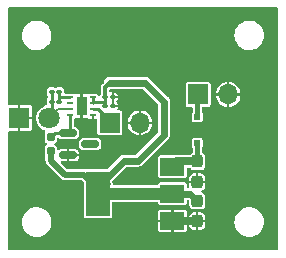
<source format=gbr>
%TF.GenerationSoftware,KiCad,Pcbnew,(6.0.2)*%
%TF.CreationDate,2022-05-16T06:01:07+03:00*%
%TF.ProjectId,FLIM_detector,464c494d-5f64-4657-9465-63746f722e6b,rev?*%
%TF.SameCoordinates,Original*%
%TF.FileFunction,Copper,L1,Top*%
%TF.FilePolarity,Positive*%
%FSLAX46Y46*%
G04 Gerber Fmt 4.6, Leading zero omitted, Abs format (unit mm)*
G04 Created by KiCad (PCBNEW (6.0.2)) date 2022-05-16 06:01:07*
%MOMM*%
%LPD*%
G01*
G04 APERTURE LIST*
G04 Aperture macros list*
%AMRoundRect*
0 Rectangle with rounded corners*
0 $1 Rounding radius*
0 $2 $3 $4 $5 $6 $7 $8 $9 X,Y pos of 4 corners*
0 Add a 4 corners polygon primitive as box body*
4,1,4,$2,$3,$4,$5,$6,$7,$8,$9,$2,$3,0*
0 Add four circle primitives for the rounded corners*
1,1,$1+$1,$2,$3*
1,1,$1+$1,$4,$5*
1,1,$1+$1,$6,$7*
1,1,$1+$1,$8,$9*
0 Add four rect primitives between the rounded corners*
20,1,$1+$1,$2,$3,$4,$5,0*
20,1,$1+$1,$4,$5,$6,$7,0*
20,1,$1+$1,$6,$7,$8,$9,0*
20,1,$1+$1,$8,$9,$2,$3,0*%
G04 Aperture macros list end*
%TA.AperFunction,SMDPad,CuDef*%
%ADD10RoundRect,0.100000X-0.130000X-0.100000X0.130000X-0.100000X0.130000X0.100000X-0.130000X0.100000X0*%
%TD*%
%TA.AperFunction,SMDPad,CuDef*%
%ADD11RoundRect,0.237500X0.237500X-0.300000X0.237500X0.300000X-0.237500X0.300000X-0.237500X-0.300000X0*%
%TD*%
%TA.AperFunction,SMDPad,CuDef*%
%ADD12R,0.500000X0.250000*%
%TD*%
%TA.AperFunction,SMDPad,CuDef*%
%ADD13R,0.900000X1.600000*%
%TD*%
%TA.AperFunction,ComponentPad*%
%ADD14C,0.600000*%
%TD*%
%TA.AperFunction,SMDPad,CuDef*%
%ADD15RoundRect,0.100000X0.130000X0.100000X-0.130000X0.100000X-0.130000X-0.100000X0.130000X-0.100000X0*%
%TD*%
%TA.AperFunction,ComponentPad*%
%ADD16R,1.700000X1.700000*%
%TD*%
%TA.AperFunction,ComponentPad*%
%ADD17O,1.700000X1.700000*%
%TD*%
%TA.AperFunction,SMDPad,CuDef*%
%ADD18R,0.500000X0.500000*%
%TD*%
%TA.AperFunction,SMDPad,CuDef*%
%ADD19R,2.000000X1.500000*%
%TD*%
%TA.AperFunction,SMDPad,CuDef*%
%ADD20R,2.000000X3.800000*%
%TD*%
%TA.AperFunction,SMDPad,CuDef*%
%ADD21RoundRect,0.150000X-0.587500X-0.150000X0.587500X-0.150000X0.587500X0.150000X-0.587500X0.150000X0*%
%TD*%
%TA.AperFunction,SMDPad,CuDef*%
%ADD22RoundRect,0.160000X-0.160000X0.197500X-0.160000X-0.197500X0.160000X-0.197500X0.160000X0.197500X0*%
%TD*%
%TA.AperFunction,ComponentPad*%
%ADD23R,1.800000X1.800000*%
%TD*%
%TA.AperFunction,ComponentPad*%
%ADD24C,1.800000*%
%TD*%
%TA.AperFunction,ViaPad*%
%ADD25C,0.800000*%
%TD*%
%TA.AperFunction,Conductor*%
%ADD26C,0.250000*%
%TD*%
%TA.AperFunction,Conductor*%
%ADD27C,0.700000*%
%TD*%
%TA.AperFunction,Conductor*%
%ADD28C,0.600000*%
%TD*%
%TA.AperFunction,Conductor*%
%ADD29C,0.500000*%
%TD*%
%TA.AperFunction,Conductor*%
%ADD30C,1.000000*%
%TD*%
%TA.AperFunction,Conductor*%
%ADD31C,0.300000*%
%TD*%
%TA.AperFunction,Conductor*%
%ADD32C,0.400000*%
%TD*%
%TA.AperFunction,Conductor*%
%ADD33C,0.200000*%
%TD*%
G04 APERTURE END LIST*
D10*
%TO.P,R1,1*%
%TO.N,Net-(U2-Pad3)*%
X249480000Y-43400000D03*
%TO.P,R1,2*%
%TO.N,Net-(C1-Pad2)*%
X250120000Y-43400000D03*
%TD*%
D11*
%TO.P,C4,1*%
%TO.N,GND*%
X261800000Y-50200000D03*
%TO.P,C4,2*%
%TO.N,Net-(C4-Pad2)*%
X261800000Y-48475000D03*
%TD*%
D12*
%TO.P,U2,1,FB*%
%TO.N,Net-(C1-Pad2)*%
X251050000Y-43050000D03*
%TO.P,U2,2,NC*%
%TO.N,unconnected-(U2-Pad2)*%
X251050000Y-43550000D03*
%TO.P,U2,3,-*%
%TO.N,Net-(U2-Pad3)*%
X251050000Y-44050000D03*
%TO.P,U2,4,+*%
%TO.N,Net-(R2-Pad1)*%
X251050000Y-44550000D03*
%TO.P,U2,5,V-*%
%TO.N,GND*%
X252950000Y-44550000D03*
%TO.P,U2,6*%
%TO.N,Net-(J2-Pad1)*%
X252950000Y-44050000D03*
%TO.P,U2,7,V+*%
%TO.N,+5V*%
X252950000Y-43550000D03*
%TO.P,U2,8,~{PD}*%
X252950000Y-43050000D03*
D13*
%TO.P,U2,9,V-*%
%TO.N,GND*%
X252000000Y-43800000D03*
D14*
X252000000Y-44300000D03*
X252000000Y-43300000D03*
%TD*%
D15*
%TO.P,C3,1*%
%TO.N,GND*%
X254640000Y-43800000D03*
%TO.P,C3,2*%
%TO.N,+5V*%
X254000000Y-43800000D03*
%TD*%
D11*
%TO.P,C5,1*%
%TO.N,GND*%
X261800000Y-53525000D03*
%TO.P,C5,2*%
%TO.N,+5V*%
X261800000Y-51800000D03*
%TD*%
D10*
%TO.P,C1,1*%
%TO.N,Net-(U2-Pad3)*%
X249480000Y-42600000D03*
%TO.P,C1,2*%
%TO.N,Net-(C1-Pad2)*%
X250120000Y-42600000D03*
%TD*%
D16*
%TO.P,J1,1,Pin_1*%
%TO.N,Net-(D1-Pad2)*%
X261875000Y-42800000D03*
D17*
%TO.P,J1,2,Pin_2*%
%TO.N,GND*%
X264415000Y-42800000D03*
%TD*%
D18*
%TO.P,D1,1,K*%
%TO.N,Net-(C4-Pad2)*%
X261800000Y-46900000D03*
%TO.P,D1,2,A*%
%TO.N,Net-(D1-Pad2)*%
X261800000Y-44700000D03*
%TD*%
D19*
%TO.P,U1,1,GND*%
%TO.N,GND*%
X259700000Y-53500000D03*
D20*
%TO.P,U1,2,VO*%
%TO.N,+5V*%
X253400000Y-51200000D03*
D19*
X259700000Y-51200000D03*
%TO.P,U1,3,VI*%
%TO.N,Net-(C4-Pad2)*%
X259700000Y-48900000D03*
%TD*%
D15*
%TO.P,C2,1*%
%TO.N,GND*%
X254640000Y-43000000D03*
%TO.P,C2,2*%
%TO.N,+5V*%
X254000000Y-43000000D03*
%TD*%
D21*
%TO.P,U3,1,K*%
%TO.N,Net-(R2-Pad1)*%
X250862500Y-46050000D03*
%TO.P,U3,2,A*%
%TO.N,GND*%
X250862500Y-47950000D03*
%TO.P,U3,3*%
%TO.N,N/C*%
X252737500Y-47000000D03*
%TD*%
D22*
%TO.P,R2,1*%
%TO.N,Net-(R2-Pad1)*%
X249400000Y-46402500D03*
%TO.P,R2,2*%
%TO.N,+5V*%
X249400000Y-47597500D03*
%TD*%
D23*
%TO.P,D2,1,K*%
%TO.N,GND*%
X246725000Y-44800000D03*
D24*
%TO.P,D2,2,A*%
%TO.N,Net-(U2-Pad3)*%
X249265000Y-44800000D03*
%TD*%
D16*
%TO.P,J2,1,Pin_1*%
%TO.N,Net-(J2-Pad1)*%
X254400000Y-45200000D03*
D17*
%TO.P,J2,2,Pin_2*%
%TO.N,GND*%
X256940000Y-45200000D03*
%TD*%
D25*
%TO.N,GND*%
X252200000Y-40400000D03*
X260000000Y-46800000D03*
X253000000Y-48200000D03*
X248400000Y-49000000D03*
X246600000Y-48400000D03*
X263400000Y-39200000D03*
X266200000Y-45400000D03*
X264200000Y-46000000D03*
X265800000Y-47000000D03*
X257600000Y-49600000D03*
X254600000Y-38600000D03*
X256200000Y-47000000D03*
X261400000Y-39200000D03*
X247000000Y-42000000D03*
X256984812Y-39982490D03*
X258800000Y-38800000D03*
X252583886Y-45782894D03*
X257200000Y-43200000D03*
X256400000Y-53000000D03*
%TD*%
D26*
%TO.N,Net-(C1-Pad2)*%
X251050000Y-43050000D02*
X250170000Y-43050000D01*
X250170000Y-43050000D02*
X250120000Y-43000000D01*
X250120000Y-42920000D02*
X250120000Y-42600000D01*
X250120000Y-42920000D02*
X250120000Y-43400000D01*
D27*
%TO.N,GND*%
X261800000Y-53525000D02*
X259725000Y-53525000D01*
D26*
X259725000Y-53525000D02*
X259700000Y-53500000D01*
D28*
%TO.N,+5V*%
X253400000Y-50600000D02*
X255400000Y-48600000D01*
X257400000Y-41800000D02*
X254400000Y-41800000D01*
D26*
X252950000Y-43350000D02*
X253000000Y-43400000D01*
D28*
X259000000Y-46200000D02*
X259000000Y-44800000D01*
D29*
X253400000Y-51200000D02*
X254200000Y-50400000D01*
D26*
X254000000Y-43400000D02*
X254000000Y-43000000D01*
D28*
X256800000Y-48400000D02*
X259000000Y-46200000D01*
D29*
X252200000Y-49600000D02*
X253400000Y-50800000D01*
D28*
X255400000Y-48600000D02*
X255600000Y-48400000D01*
D30*
X259700000Y-51200000D02*
X253400000Y-51200000D01*
D28*
X261200000Y-51200000D02*
X259700000Y-51200000D01*
D26*
X252950000Y-43050000D02*
X252950000Y-43350000D01*
D31*
X254000000Y-42200000D02*
X254000000Y-43000000D01*
D28*
X253400000Y-51200000D02*
X253400000Y-50600000D01*
D26*
X253000000Y-43400000D02*
X254000000Y-43400000D01*
D29*
X250600000Y-49600000D02*
X252200000Y-49600000D01*
D28*
X261800000Y-51800000D02*
X261200000Y-51200000D01*
D29*
X249400000Y-48400000D02*
X250600000Y-49600000D01*
X253400000Y-50800000D02*
X253400000Y-51200000D01*
D28*
X259000000Y-44800000D02*
X259000000Y-43400000D01*
D31*
X254400000Y-41800000D02*
X254000000Y-42200000D01*
D28*
X255600000Y-48400000D02*
X256800000Y-48400000D01*
D26*
X254000000Y-43400000D02*
X254000000Y-43800000D01*
X252950000Y-43350000D02*
X252950000Y-43550000D01*
D28*
X259000000Y-43400000D02*
X257400000Y-41800000D01*
D29*
X249400000Y-47597500D02*
X249400000Y-48400000D01*
D26*
%TO.N,Net-(J2-Pad1)*%
X254400000Y-45039022D02*
X254400000Y-45200000D01*
X252950000Y-44050000D02*
X253419639Y-44050000D01*
X253419639Y-44058661D02*
X254400000Y-45039022D01*
X253419639Y-44050000D02*
X253419639Y-44058661D01*
X254569639Y-45200000D02*
X254725000Y-45200000D01*
D27*
%TO.N,Net-(C4-Pad2)*%
X261800000Y-48475000D02*
X260125000Y-48475000D01*
D26*
X260125000Y-48475000D02*
X259700000Y-48900000D01*
D32*
X261800000Y-46900000D02*
X261800000Y-48475000D01*
%TO.N,Net-(D1-Pad2)*%
X261800000Y-44700000D02*
X261800000Y-42875000D01*
D26*
X261800000Y-42875000D02*
X261875000Y-42800000D01*
%TO.N,Net-(U2-Pad3)*%
X249480000Y-42600000D02*
X249480000Y-43400000D01*
D33*
X250015000Y-44050000D02*
X249265000Y-44800000D01*
D26*
X249480000Y-43400000D02*
X249480000Y-44585000D01*
D33*
X251050000Y-44050000D02*
X250015000Y-44050000D01*
D26*
X249480000Y-44585000D02*
X249265000Y-44800000D01*
%TO.N,Net-(R2-Pad1)*%
X251050000Y-45862500D02*
X250862500Y-46050000D01*
X251050000Y-44550000D02*
X251050000Y-45862500D01*
X249752500Y-46050000D02*
X249400000Y-46402500D01*
X250862500Y-46050000D02*
X249752500Y-46050000D01*
%TD*%
%TA.AperFunction,Conductor*%
%TO.N,GND*%
G36*
X268559191Y-35418907D02*
G01*
X268595155Y-35468407D01*
X268600000Y-35499000D01*
X268600000Y-55901000D01*
X268581093Y-55959191D01*
X268531593Y-55995155D01*
X268501000Y-56000000D01*
X245899000Y-56000000D01*
X245840809Y-55981093D01*
X245804845Y-55931593D01*
X245800000Y-55901000D01*
X245800000Y-53639438D01*
X246945066Y-53639438D01*
X246971883Y-53861044D01*
X246973176Y-53865249D01*
X246973177Y-53865251D01*
X247014776Y-54000471D01*
X247037519Y-54074400D01*
X247039541Y-54078317D01*
X247039542Y-54078320D01*
X247094913Y-54185598D01*
X247139901Y-54272759D01*
X247275790Y-54449854D01*
X247279046Y-54452817D01*
X247279049Y-54452820D01*
X247386341Y-54550448D01*
X247440893Y-54600086D01*
X247629990Y-54718707D01*
X247634072Y-54720348D01*
X247634076Y-54720350D01*
X247762877Y-54772127D01*
X247837105Y-54801966D01*
X248055690Y-54847233D01*
X248112349Y-54850500D01*
X248256630Y-54850500D01*
X248258824Y-54850304D01*
X248258828Y-54850304D01*
X248417951Y-54836103D01*
X248417955Y-54836102D01*
X248422339Y-54835711D01*
X248426584Y-54834550D01*
X248426588Y-54834549D01*
X248633400Y-54777971D01*
X248633401Y-54777971D01*
X248637651Y-54776808D01*
X248756018Y-54720350D01*
X248835151Y-54682606D01*
X248835156Y-54682603D01*
X248839129Y-54680708D01*
X249020405Y-54550448D01*
X249115014Y-54452820D01*
X249172681Y-54393312D01*
X249175749Y-54390146D01*
X249259951Y-54264840D01*
X258500000Y-54264840D01*
X258500948Y-54274462D01*
X258509702Y-54318474D01*
X258517021Y-54336142D01*
X258550389Y-54386082D01*
X258563918Y-54399611D01*
X258613858Y-54432979D01*
X258631526Y-54440298D01*
X258675538Y-54449052D01*
X258685160Y-54450000D01*
X259584320Y-54450000D01*
X259597005Y-54445878D01*
X259600000Y-54441757D01*
X259600000Y-54434320D01*
X259800000Y-54434320D01*
X259804122Y-54447005D01*
X259808243Y-54450000D01*
X260714840Y-54450000D01*
X260724462Y-54449052D01*
X260768474Y-54440298D01*
X260786142Y-54432979D01*
X260836082Y-54399611D01*
X260849611Y-54386082D01*
X260882979Y-54336142D01*
X260890298Y-54318474D01*
X260899052Y-54274462D01*
X260900000Y-54264840D01*
X260900000Y-53874955D01*
X261125000Y-53874955D01*
X261125218Y-53879591D01*
X261127327Y-53901897D01*
X261129895Y-53913599D01*
X261169034Y-54025051D01*
X261175881Y-54037984D01*
X261245246Y-54131897D01*
X261255603Y-54142254D01*
X261349516Y-54211619D01*
X261362449Y-54218466D01*
X261473901Y-54257605D01*
X261485603Y-54260173D01*
X261507909Y-54262282D01*
X261512545Y-54262500D01*
X261684320Y-54262500D01*
X261697005Y-54258378D01*
X261700000Y-54254257D01*
X261700000Y-54246820D01*
X261900000Y-54246820D01*
X261904122Y-54259505D01*
X261908243Y-54262500D01*
X262087455Y-54262500D01*
X262092091Y-54262282D01*
X262114397Y-54260173D01*
X262126099Y-54257605D01*
X262237551Y-54218466D01*
X262250484Y-54211619D01*
X262344397Y-54142254D01*
X262354754Y-54131897D01*
X262424119Y-54037984D01*
X262430966Y-54025051D01*
X262470105Y-53913599D01*
X262472673Y-53901897D01*
X262474782Y-53879591D01*
X262475000Y-53874955D01*
X262475000Y-53640680D01*
X262474596Y-53639438D01*
X264945066Y-53639438D01*
X264971883Y-53861044D01*
X264973176Y-53865249D01*
X264973177Y-53865251D01*
X265014776Y-54000471D01*
X265037519Y-54074400D01*
X265039541Y-54078317D01*
X265039542Y-54078320D01*
X265094913Y-54185598D01*
X265139901Y-54272759D01*
X265275790Y-54449854D01*
X265279046Y-54452817D01*
X265279049Y-54452820D01*
X265386341Y-54550448D01*
X265440893Y-54600086D01*
X265629990Y-54718707D01*
X265634072Y-54720348D01*
X265634076Y-54720350D01*
X265762877Y-54772127D01*
X265837105Y-54801966D01*
X266055690Y-54847233D01*
X266112349Y-54850500D01*
X266256630Y-54850500D01*
X266258824Y-54850304D01*
X266258828Y-54850304D01*
X266417951Y-54836103D01*
X266417955Y-54836102D01*
X266422339Y-54835711D01*
X266426584Y-54834550D01*
X266426588Y-54834549D01*
X266633400Y-54777971D01*
X266633401Y-54777971D01*
X266637651Y-54776808D01*
X266756018Y-54720350D01*
X266835151Y-54682606D01*
X266835156Y-54682603D01*
X266839129Y-54680708D01*
X267020405Y-54550448D01*
X267115014Y-54452820D01*
X267172681Y-54393312D01*
X267175749Y-54390146D01*
X267300250Y-54204868D01*
X267389974Y-54000471D01*
X267442085Y-53783415D01*
X267454934Y-53560562D01*
X267428117Y-53338956D01*
X267386541Y-53203808D01*
X267363778Y-53129815D01*
X267363777Y-53129812D01*
X267362481Y-53125600D01*
X267310531Y-53024949D01*
X267262120Y-52931157D01*
X267260099Y-52927241D01*
X267124210Y-52750146D01*
X267120954Y-52747183D01*
X267120951Y-52747180D01*
X266962361Y-52602875D01*
X266962362Y-52602875D01*
X266959107Y-52599914D01*
X266770010Y-52481293D01*
X266765928Y-52479652D01*
X266765924Y-52479650D01*
X266585833Y-52407255D01*
X266562895Y-52398034D01*
X266344310Y-52352767D01*
X266287651Y-52349500D01*
X266143370Y-52349500D01*
X266141176Y-52349696D01*
X266141172Y-52349696D01*
X265982049Y-52363897D01*
X265982045Y-52363898D01*
X265977661Y-52364289D01*
X265973416Y-52365450D01*
X265973412Y-52365451D01*
X265798833Y-52413211D01*
X265762349Y-52423192D01*
X265758371Y-52425089D01*
X265758372Y-52425089D01*
X265564849Y-52517394D01*
X265564844Y-52517397D01*
X265560871Y-52519292D01*
X265557292Y-52521864D01*
X265557290Y-52521865D01*
X265496315Y-52565680D01*
X265379595Y-52649552D01*
X265376522Y-52652723D01*
X265376521Y-52652724D01*
X265227319Y-52806688D01*
X265224251Y-52809854D01*
X265099750Y-52995132D01*
X265010026Y-53199529D01*
X264957915Y-53416585D01*
X264957662Y-53420977D01*
X264957661Y-53420982D01*
X264950654Y-53542523D01*
X264945066Y-53639438D01*
X262474596Y-53639438D01*
X262470878Y-53627995D01*
X262466757Y-53625000D01*
X261915680Y-53625000D01*
X261902995Y-53629122D01*
X261900000Y-53633243D01*
X261900000Y-54246820D01*
X261700000Y-54246820D01*
X261700000Y-53640680D01*
X261695878Y-53627995D01*
X261691757Y-53625000D01*
X261140680Y-53625000D01*
X261127995Y-53629122D01*
X261125000Y-53633243D01*
X261125000Y-53874955D01*
X260900000Y-53874955D01*
X260900000Y-53615680D01*
X260895878Y-53602995D01*
X260891757Y-53600000D01*
X259815680Y-53600000D01*
X259802995Y-53604122D01*
X259800000Y-53608243D01*
X259800000Y-54434320D01*
X259600000Y-54434320D01*
X259600000Y-53615680D01*
X259595878Y-53602995D01*
X259591757Y-53600000D01*
X258515680Y-53600000D01*
X258502995Y-53604122D01*
X258500000Y-53608243D01*
X258500000Y-54264840D01*
X249259951Y-54264840D01*
X249300250Y-54204868D01*
X249389974Y-54000471D01*
X249442085Y-53783415D01*
X249454934Y-53560562D01*
X249436632Y-53409320D01*
X261125000Y-53409320D01*
X261129122Y-53422005D01*
X261133243Y-53425000D01*
X261684320Y-53425000D01*
X261697005Y-53420878D01*
X261700000Y-53416757D01*
X261700000Y-53409320D01*
X261900000Y-53409320D01*
X261904122Y-53422005D01*
X261908243Y-53425000D01*
X262459320Y-53425000D01*
X262472005Y-53420878D01*
X262475000Y-53416757D01*
X262475000Y-53175045D01*
X262474782Y-53170409D01*
X262472673Y-53148103D01*
X262470105Y-53136401D01*
X262430966Y-53024949D01*
X262424119Y-53012016D01*
X262354754Y-52918103D01*
X262344397Y-52907746D01*
X262250484Y-52838381D01*
X262237551Y-52831534D01*
X262126099Y-52792395D01*
X262114397Y-52789827D01*
X262092091Y-52787718D01*
X262087455Y-52787500D01*
X261915680Y-52787500D01*
X261902995Y-52791622D01*
X261900000Y-52795743D01*
X261900000Y-53409320D01*
X261700000Y-53409320D01*
X261700000Y-52803180D01*
X261695878Y-52790495D01*
X261691757Y-52787500D01*
X261512545Y-52787500D01*
X261507909Y-52787718D01*
X261485603Y-52789827D01*
X261473901Y-52792395D01*
X261362449Y-52831534D01*
X261349516Y-52838381D01*
X261255603Y-52907746D01*
X261245246Y-52918103D01*
X261175881Y-53012016D01*
X261169034Y-53024949D01*
X261129895Y-53136401D01*
X261127327Y-53148103D01*
X261125218Y-53170409D01*
X261125000Y-53175045D01*
X261125000Y-53409320D01*
X249436632Y-53409320D01*
X249433607Y-53384320D01*
X258500000Y-53384320D01*
X258504122Y-53397005D01*
X258508243Y-53400000D01*
X259584320Y-53400000D01*
X259597005Y-53395878D01*
X259600000Y-53391757D01*
X259600000Y-53384320D01*
X259800000Y-53384320D01*
X259804122Y-53397005D01*
X259808243Y-53400000D01*
X260884320Y-53400000D01*
X260897005Y-53395878D01*
X260900000Y-53391757D01*
X260900000Y-52735160D01*
X260899052Y-52725538D01*
X260890298Y-52681526D01*
X260882979Y-52663858D01*
X260849611Y-52613918D01*
X260836082Y-52600389D01*
X260786142Y-52567021D01*
X260768474Y-52559702D01*
X260724462Y-52550948D01*
X260714840Y-52550000D01*
X259815680Y-52550000D01*
X259802995Y-52554122D01*
X259800000Y-52558243D01*
X259800000Y-53384320D01*
X259600000Y-53384320D01*
X259600000Y-52565680D01*
X259595878Y-52552995D01*
X259591757Y-52550000D01*
X258685160Y-52550000D01*
X258675538Y-52550948D01*
X258631526Y-52559702D01*
X258613858Y-52567021D01*
X258563918Y-52600389D01*
X258550389Y-52613918D01*
X258517021Y-52663858D01*
X258509702Y-52681526D01*
X258500948Y-52725538D01*
X258500000Y-52735160D01*
X258500000Y-53384320D01*
X249433607Y-53384320D01*
X249428117Y-53338956D01*
X249386541Y-53203808D01*
X249363778Y-53129815D01*
X249363777Y-53129812D01*
X249362481Y-53125600D01*
X249310531Y-53024949D01*
X249262120Y-52931157D01*
X249260099Y-52927241D01*
X249124210Y-52750146D01*
X249120954Y-52747183D01*
X249120951Y-52747180D01*
X248962361Y-52602875D01*
X248962362Y-52602875D01*
X248959107Y-52599914D01*
X248770010Y-52481293D01*
X248765928Y-52479652D01*
X248765924Y-52479650D01*
X248585833Y-52407255D01*
X248562895Y-52398034D01*
X248344310Y-52352767D01*
X248287651Y-52349500D01*
X248143370Y-52349500D01*
X248141176Y-52349696D01*
X248141172Y-52349696D01*
X247982049Y-52363897D01*
X247982045Y-52363898D01*
X247977661Y-52364289D01*
X247973416Y-52365450D01*
X247973412Y-52365451D01*
X247798833Y-52413211D01*
X247762349Y-52423192D01*
X247758371Y-52425089D01*
X247758372Y-52425089D01*
X247564849Y-52517394D01*
X247564844Y-52517397D01*
X247560871Y-52519292D01*
X247557292Y-52521864D01*
X247557290Y-52521865D01*
X247496315Y-52565680D01*
X247379595Y-52649552D01*
X247376522Y-52652723D01*
X247376521Y-52652724D01*
X247227319Y-52806688D01*
X247224251Y-52809854D01*
X247099750Y-52995132D01*
X247010026Y-53199529D01*
X246957915Y-53416585D01*
X246957662Y-53420977D01*
X246957661Y-53420982D01*
X246950654Y-53542523D01*
X246945066Y-53639438D01*
X245800000Y-53639438D01*
X245800000Y-45999000D01*
X245818907Y-45940809D01*
X245868407Y-45904845D01*
X245899000Y-45900000D01*
X246609320Y-45900000D01*
X246622005Y-45895878D01*
X246625000Y-45891757D01*
X246625000Y-45884320D01*
X246825000Y-45884320D01*
X246829122Y-45897005D01*
X246833243Y-45900000D01*
X247639840Y-45900000D01*
X247649462Y-45899052D01*
X247693474Y-45890298D01*
X247711142Y-45882979D01*
X247761082Y-45849611D01*
X247774611Y-45836082D01*
X247807979Y-45786142D01*
X247815298Y-45768474D01*
X247824052Y-45724462D01*
X247825000Y-45714840D01*
X247825000Y-44915680D01*
X247820878Y-44902995D01*
X247816757Y-44900000D01*
X246840680Y-44900000D01*
X246827995Y-44904122D01*
X246825000Y-44908243D01*
X246825000Y-45884320D01*
X246625000Y-45884320D01*
X246625000Y-44771069D01*
X248160164Y-44771069D01*
X248162810Y-44811442D01*
X248170020Y-44921440D01*
X248173392Y-44972894D01*
X248174508Y-44977287D01*
X248174508Y-44977289D01*
X248216027Y-45140770D01*
X248223178Y-45168928D01*
X248307856Y-45352607D01*
X248424588Y-45517780D01*
X248569466Y-45658913D01*
X248737637Y-45771282D01*
X248747085Y-45775341D01*
X248903766Y-45842657D01*
X248949767Y-45882999D01*
X248963271Y-45942676D01*
X248945984Y-45989225D01*
X248942453Y-45992762D01*
X248938859Y-46000115D01*
X248938858Y-46000116D01*
X248904821Y-46069748D01*
X248889747Y-46100585D01*
X248879500Y-46170828D01*
X248879500Y-46634172D01*
X248889930Y-46705026D01*
X248942824Y-46812757D01*
X249027762Y-46897547D01*
X249055461Y-46911087D01*
X249099434Y-46953629D01*
X249110005Y-47013894D01*
X249083134Y-47068863D01*
X249055612Y-47088895D01*
X249034587Y-47099218D01*
X249027243Y-47102824D01*
X248942453Y-47187762D01*
X248938859Y-47195115D01*
X248938858Y-47195116D01*
X248927347Y-47218666D01*
X248889747Y-47295585D01*
X248888638Y-47303189D01*
X248880022Y-47362253D01*
X248879500Y-47365828D01*
X248879500Y-47829172D01*
X248880026Y-47832744D01*
X248880026Y-47832747D01*
X248881959Y-47845878D01*
X248889930Y-47900026D01*
X248928517Y-47978618D01*
X248939367Y-48000716D01*
X248949500Y-48044348D01*
X248949500Y-48367373D01*
X248948814Y-48379009D01*
X248944636Y-48414310D01*
X248945965Y-48421586D01*
X248945965Y-48421589D01*
X248955248Y-48472414D01*
X248955758Y-48475476D01*
X248964551Y-48533962D01*
X248967679Y-48540475D01*
X248968975Y-48547573D01*
X248972386Y-48554139D01*
X248996198Y-48599980D01*
X248997588Y-48602762D01*
X249019987Y-48649408D01*
X249019989Y-48649411D01*
X249023191Y-48656079D01*
X249027297Y-48660521D01*
X249028820Y-48662781D01*
X249031421Y-48667788D01*
X249035725Y-48672828D01*
X249073357Y-48710460D01*
X249076051Y-48713263D01*
X249110124Y-48750124D01*
X249110127Y-48750126D01*
X249115146Y-48755556D01*
X249121210Y-48759078D01*
X249128535Y-48765638D01*
X250258381Y-49895484D01*
X250266122Y-49904196D01*
X250288128Y-49932110D01*
X250294215Y-49936317D01*
X250336741Y-49965708D01*
X250339272Y-49967517D01*
X250380861Y-49998236D01*
X250380863Y-49998237D01*
X250386816Y-50002634D01*
X250393632Y-50005027D01*
X250399569Y-50009131D01*
X250406628Y-50011364D01*
X250406629Y-50011364D01*
X250426973Y-50017798D01*
X250455929Y-50026956D01*
X250458814Y-50027918D01*
X250514631Y-50047519D01*
X250520673Y-50047756D01*
X250523347Y-50048277D01*
X250528730Y-50049980D01*
X250535337Y-50050500D01*
X250588541Y-50050500D01*
X250592428Y-50050576D01*
X250649994Y-50052838D01*
X250656773Y-50051041D01*
X250666593Y-50050500D01*
X251972389Y-50050500D01*
X252030580Y-50069407D01*
X252042393Y-50079496D01*
X252170504Y-50207607D01*
X252198281Y-50262124D01*
X252199500Y-50277611D01*
X252199500Y-53119748D01*
X252211133Y-53178231D01*
X252255448Y-53244552D01*
X252321769Y-53288867D01*
X252331332Y-53290769D01*
X252331334Y-53290770D01*
X252354005Y-53295279D01*
X252380252Y-53300500D01*
X254419748Y-53300500D01*
X254445995Y-53295279D01*
X254468666Y-53290770D01*
X254468668Y-53290769D01*
X254478231Y-53288867D01*
X254544552Y-53244552D01*
X254588867Y-53178231D01*
X254600500Y-53119748D01*
X254600500Y-51999500D01*
X254619407Y-51941309D01*
X254668907Y-51905345D01*
X254699500Y-51900500D01*
X258404478Y-51900500D01*
X258462669Y-51919407D01*
X258498633Y-51968907D01*
X258501576Y-51980186D01*
X258511133Y-52028231D01*
X258555448Y-52094552D01*
X258621769Y-52138867D01*
X258631332Y-52140769D01*
X258631334Y-52140770D01*
X258654005Y-52145279D01*
X258680252Y-52150500D01*
X260719748Y-52150500D01*
X260745995Y-52145279D01*
X260768666Y-52140770D01*
X260768668Y-52140769D01*
X260778231Y-52138867D01*
X260844552Y-52094552D01*
X260888867Y-52028231D01*
X260900500Y-51969748D01*
X260900500Y-51847322D01*
X260919407Y-51789131D01*
X260968907Y-51753167D01*
X261030093Y-51753167D01*
X261069504Y-51777318D01*
X261095505Y-51803319D01*
X261123282Y-51857836D01*
X261124501Y-51873323D01*
X261124501Y-52152332D01*
X261127399Y-52183000D01*
X261129395Y-52188684D01*
X261129396Y-52188688D01*
X261168587Y-52300286D01*
X261171039Y-52307268D01*
X261249289Y-52413211D01*
X261355232Y-52491461D01*
X261479500Y-52535101D01*
X261485504Y-52535669D01*
X261485506Y-52535669D01*
X261507856Y-52537782D01*
X261507866Y-52537782D01*
X261510167Y-52538000D01*
X261799875Y-52538000D01*
X262089832Y-52537999D01*
X262120500Y-52535101D01*
X262126184Y-52533105D01*
X262126188Y-52533104D01*
X262237786Y-52493913D01*
X262244768Y-52491461D01*
X262350711Y-52413211D01*
X262428961Y-52307268D01*
X262472601Y-52183000D01*
X262473169Y-52176994D01*
X262475282Y-52154644D01*
X262475282Y-52154634D01*
X262475500Y-52152333D01*
X262475499Y-51447668D01*
X262472601Y-51417000D01*
X262428961Y-51292732D01*
X262350711Y-51186789D01*
X262244768Y-51108539D01*
X262237785Y-51106087D01*
X262237780Y-51106084D01*
X262200928Y-51093142D01*
X262152289Y-51056022D01*
X262134759Y-50997402D01*
X262155032Y-50939673D01*
X262200929Y-50906327D01*
X262237552Y-50893466D01*
X262250484Y-50886619D01*
X262344397Y-50817254D01*
X262354754Y-50806897D01*
X262424119Y-50712984D01*
X262430966Y-50700051D01*
X262470105Y-50588599D01*
X262472673Y-50576897D01*
X262474782Y-50554591D01*
X262475000Y-50549955D01*
X262475000Y-50315680D01*
X262470878Y-50302995D01*
X262466757Y-50300000D01*
X261140680Y-50300000D01*
X261127995Y-50304122D01*
X261125000Y-50308243D01*
X261125000Y-50549955D01*
X261125218Y-50554591D01*
X261127328Y-50576906D01*
X261127850Y-50579286D01*
X261127698Y-50580825D01*
X261127895Y-50582905D01*
X261127490Y-50582943D01*
X261121851Y-50640177D01*
X261081208Y-50685912D01*
X261031150Y-50699500D01*
X260999500Y-50699500D01*
X260941309Y-50680593D01*
X260905345Y-50631093D01*
X260900500Y-50600500D01*
X260900500Y-50430252D01*
X260888867Y-50371769D01*
X260844552Y-50305448D01*
X260778231Y-50261133D01*
X260768668Y-50259231D01*
X260768666Y-50259230D01*
X260745995Y-50254721D01*
X260719748Y-50249500D01*
X258680252Y-50249500D01*
X258654005Y-50254721D01*
X258631334Y-50259230D01*
X258631332Y-50259231D01*
X258621769Y-50261133D01*
X258555448Y-50305448D01*
X258511133Y-50371769D01*
X258509231Y-50381332D01*
X258509230Y-50381334D01*
X258501576Y-50419814D01*
X258471679Y-50473198D01*
X258416114Y-50498814D01*
X258404478Y-50499500D01*
X254749931Y-50499500D01*
X254691740Y-50480593D01*
X254655776Y-50431093D01*
X254651007Y-50396614D01*
X254652548Y-50357400D01*
X254652548Y-50357397D01*
X254652838Y-50350006D01*
X254629537Y-50262124D01*
X254620017Y-50226221D01*
X254620017Y-50226220D01*
X254618119Y-50219063D01*
X254614200Y-50212780D01*
X254611263Y-50205992D01*
X254612771Y-50205339D01*
X254600500Y-50162471D01*
X254600500Y-50148322D01*
X254619407Y-50090131D01*
X254624370Y-50084320D01*
X261125000Y-50084320D01*
X261129122Y-50097005D01*
X261133243Y-50100000D01*
X261684320Y-50100000D01*
X261697005Y-50095878D01*
X261700000Y-50091757D01*
X261700000Y-50084320D01*
X261900000Y-50084320D01*
X261904122Y-50097005D01*
X261908243Y-50100000D01*
X262459320Y-50100000D01*
X262472005Y-50095878D01*
X262475000Y-50091757D01*
X262475000Y-49850045D01*
X262474782Y-49845409D01*
X262472673Y-49823103D01*
X262470105Y-49811401D01*
X262430966Y-49699949D01*
X262424119Y-49687016D01*
X262354754Y-49593103D01*
X262344397Y-49582746D01*
X262250484Y-49513381D01*
X262237551Y-49506534D01*
X262126099Y-49467395D01*
X262114397Y-49464827D01*
X262092091Y-49462718D01*
X262087455Y-49462500D01*
X261915680Y-49462500D01*
X261902995Y-49466622D01*
X261900000Y-49470743D01*
X261900000Y-50084320D01*
X261700000Y-50084320D01*
X261700000Y-49478180D01*
X261695878Y-49465495D01*
X261691757Y-49462500D01*
X261512545Y-49462500D01*
X261507909Y-49462718D01*
X261485603Y-49464827D01*
X261473901Y-49467395D01*
X261362449Y-49506534D01*
X261349516Y-49513381D01*
X261255603Y-49582746D01*
X261245246Y-49593103D01*
X261175881Y-49687016D01*
X261169034Y-49699949D01*
X261129895Y-49811401D01*
X261127327Y-49823103D01*
X261125218Y-49845409D01*
X261125000Y-49850045D01*
X261125000Y-50084320D01*
X254624370Y-50084320D01*
X254629496Y-50078318D01*
X255038066Y-49669748D01*
X258499500Y-49669748D01*
X258511133Y-49728231D01*
X258555448Y-49794552D01*
X258621769Y-49838867D01*
X258631332Y-49840769D01*
X258631334Y-49840770D01*
X258654005Y-49845279D01*
X258680252Y-49850500D01*
X260719748Y-49850500D01*
X260745995Y-49845279D01*
X260768666Y-49840770D01*
X260768668Y-49840769D01*
X260778231Y-49838867D01*
X260844552Y-49794552D01*
X260888867Y-49728231D01*
X260900500Y-49669748D01*
X260900500Y-49124500D01*
X260919407Y-49066309D01*
X260968907Y-49030345D01*
X260999500Y-49025500D01*
X261153016Y-49025500D01*
X261211207Y-49044407D01*
X261232648Y-49065681D01*
X261249289Y-49088211D01*
X261355232Y-49166461D01*
X261479500Y-49210101D01*
X261485504Y-49210669D01*
X261485506Y-49210669D01*
X261507856Y-49212782D01*
X261507866Y-49212782D01*
X261510167Y-49213000D01*
X261799875Y-49213000D01*
X262089832Y-49212999D01*
X262120500Y-49210101D01*
X262126184Y-49208105D01*
X262126188Y-49208104D01*
X262237786Y-49168913D01*
X262244768Y-49166461D01*
X262350711Y-49088211D01*
X262428961Y-48982268D01*
X262472601Y-48858000D01*
X262473169Y-48851994D01*
X262475282Y-48829644D01*
X262475282Y-48829634D01*
X262475500Y-48827333D01*
X262475499Y-48122668D01*
X262472601Y-48092000D01*
X262468856Y-48081334D01*
X262431413Y-47974714D01*
X262428961Y-47967732D01*
X262350711Y-47861789D01*
X262244768Y-47783539D01*
X262246015Y-47781850D01*
X262210590Y-47745286D01*
X262200500Y-47701742D01*
X262200500Y-47315682D01*
X262217185Y-47260680D01*
X262223307Y-47251518D01*
X262238867Y-47228231D01*
X262250500Y-47169748D01*
X262250500Y-46630252D01*
X262238867Y-46571769D01*
X262194552Y-46505448D01*
X262128231Y-46461133D01*
X262118668Y-46459231D01*
X262118666Y-46459230D01*
X262095995Y-46454721D01*
X262069748Y-46449500D01*
X261530252Y-46449500D01*
X261504005Y-46454721D01*
X261481334Y-46459230D01*
X261481332Y-46459231D01*
X261471769Y-46461133D01*
X261405448Y-46505448D01*
X261361133Y-46571769D01*
X261349500Y-46630252D01*
X261349500Y-47169748D01*
X261361133Y-47228231D01*
X261376693Y-47251518D01*
X261382815Y-47260680D01*
X261399500Y-47315682D01*
X261399500Y-47701742D01*
X261380593Y-47759933D01*
X261354513Y-47782566D01*
X261355232Y-47783539D01*
X261249289Y-47861789D01*
X261244890Y-47867745D01*
X261232649Y-47884318D01*
X261182869Y-47919892D01*
X261153016Y-47924500D01*
X260087215Y-47924500D01*
X260083872Y-47924958D01*
X260083871Y-47924958D01*
X259982251Y-47938878D01*
X259982247Y-47938879D01*
X259975568Y-47939794D01*
X259969380Y-47942472D01*
X259962872Y-47944289D01*
X259962595Y-47943296D01*
X259932636Y-47949500D01*
X258680252Y-47949500D01*
X258659942Y-47953540D01*
X258631334Y-47959230D01*
X258631332Y-47959231D01*
X258621769Y-47961133D01*
X258555448Y-48005448D01*
X258511133Y-48071769D01*
X258499500Y-48130252D01*
X258499500Y-49669748D01*
X255038066Y-49669748D01*
X255778318Y-48929496D01*
X255832835Y-48901719D01*
X255848322Y-48900500D01*
X256732834Y-48900500D01*
X256745535Y-48901919D01*
X256745537Y-48901897D01*
X256752569Y-48902463D01*
X256759447Y-48904019D01*
X256813101Y-48900690D01*
X256819233Y-48900500D01*
X256835940Y-48900500D01*
X256839427Y-48900001D01*
X256839435Y-48900000D01*
X256847121Y-48898899D01*
X256855024Y-48898089D01*
X256895501Y-48895578D01*
X256895504Y-48895577D01*
X256902538Y-48895141D01*
X256909167Y-48892748D01*
X256909171Y-48892747D01*
X256912187Y-48891658D01*
X256931763Y-48886777D01*
X256932955Y-48886606D01*
X256934936Y-48886323D01*
X256934937Y-48886323D01*
X256941918Y-48885323D01*
X256948337Y-48882404D01*
X256948342Y-48882403D01*
X256985257Y-48865619D01*
X256992615Y-48862623D01*
X257006810Y-48857498D01*
X257037387Y-48846460D01*
X257045672Y-48840408D01*
X257063086Y-48830232D01*
X257072428Y-48825984D01*
X257088341Y-48812272D01*
X257108495Y-48794907D01*
X257114716Y-48789967D01*
X257115146Y-48789653D01*
X257126336Y-48781478D01*
X257137800Y-48770014D01*
X257143181Y-48765019D01*
X257175693Y-48737005D01*
X257175694Y-48737004D01*
X257181037Y-48732400D01*
X257185711Y-48725189D01*
X257198782Y-48709032D01*
X259306414Y-46601399D01*
X259316397Y-46593423D01*
X259316383Y-46593406D01*
X259321757Y-46588832D01*
X259327720Y-46585070D01*
X259332387Y-46579786D01*
X259332389Y-46579784D01*
X259363300Y-46544783D01*
X259367500Y-46540313D01*
X259379320Y-46528493D01*
X259381429Y-46525678D01*
X259381434Y-46525673D01*
X259386090Y-46519460D01*
X259391107Y-46513297D01*
X259403292Y-46499500D01*
X259422623Y-46477612D01*
X259426981Y-46468329D01*
X259437373Y-46451033D01*
X259443526Y-46442824D01*
X259457200Y-46406350D01*
X259460235Y-46398254D01*
X259463320Y-46390934D01*
X259480554Y-46354226D01*
X259480555Y-46354222D01*
X259483553Y-46347837D01*
X259484638Y-46340869D01*
X259484639Y-46340865D01*
X259485130Y-46337708D01*
X259490253Y-46318180D01*
X259491378Y-46315180D01*
X259491378Y-46315178D01*
X259493852Y-46308580D01*
X259497381Y-46261092D01*
X259498287Y-46253207D01*
X259499912Y-46242772D01*
X259499913Y-46242764D01*
X259500500Y-46238991D01*
X259500500Y-46222791D01*
X259500772Y-46215455D01*
X259501016Y-46212165D01*
X259504476Y-46165608D01*
X259502681Y-46157199D01*
X259500500Y-46136532D01*
X259500500Y-43669748D01*
X260824500Y-43669748D01*
X260829473Y-43694748D01*
X260830518Y-43700000D01*
X260836133Y-43728231D01*
X260880448Y-43794552D01*
X260946769Y-43838867D01*
X260956332Y-43840769D01*
X260956334Y-43840770D01*
X260979005Y-43845279D01*
X261005252Y-43850500D01*
X261300500Y-43850500D01*
X261358691Y-43869407D01*
X261394655Y-43918907D01*
X261399500Y-43949500D01*
X261399500Y-44284318D01*
X261382815Y-44339320D01*
X261361133Y-44371769D01*
X261359231Y-44381332D01*
X261359230Y-44381334D01*
X261354737Y-44403926D01*
X261349500Y-44430252D01*
X261349500Y-44969748D01*
X261361133Y-45028231D01*
X261405448Y-45094552D01*
X261471769Y-45138867D01*
X261481332Y-45140769D01*
X261481334Y-45140770D01*
X261504005Y-45145279D01*
X261530252Y-45150500D01*
X262069748Y-45150500D01*
X262095995Y-45145279D01*
X262118666Y-45140770D01*
X262118668Y-45140769D01*
X262128231Y-45138867D01*
X262194552Y-45094552D01*
X262238867Y-45028231D01*
X262250500Y-44969748D01*
X262250500Y-44430252D01*
X262245263Y-44403926D01*
X262240770Y-44381334D01*
X262240769Y-44381332D01*
X262238867Y-44371769D01*
X262217185Y-44339320D01*
X262200500Y-44284318D01*
X262200500Y-43949500D01*
X262219407Y-43891309D01*
X262268907Y-43855345D01*
X262299500Y-43850500D01*
X262744748Y-43850500D01*
X262770995Y-43845279D01*
X262793666Y-43840770D01*
X262793668Y-43840769D01*
X262803231Y-43838867D01*
X262869552Y-43794552D01*
X262913867Y-43728231D01*
X262919483Y-43700000D01*
X262920527Y-43694748D01*
X262925500Y-43669748D01*
X262925500Y-42909846D01*
X263370483Y-42909846D01*
X263376847Y-42985644D01*
X263378585Y-42995111D01*
X263432674Y-43183743D01*
X263436225Y-43192711D01*
X263525919Y-43367236D01*
X263531142Y-43375341D01*
X263653037Y-43529134D01*
X263659720Y-43536055D01*
X263809164Y-43663241D01*
X263817078Y-43668742D01*
X263988373Y-43764475D01*
X263997201Y-43768332D01*
X264183838Y-43828974D01*
X264193238Y-43831041D01*
X264299432Y-43843704D01*
X264312514Y-43841113D01*
X264313955Y-43839557D01*
X264315000Y-43834803D01*
X264315000Y-43829775D01*
X264515000Y-43829775D01*
X264519122Y-43842460D01*
X264521735Y-43844359D01*
X264524679Y-43844710D01*
X264593385Y-43839424D01*
X264602876Y-43837750D01*
X264791882Y-43784978D01*
X264800862Y-43781496D01*
X264976020Y-43693017D01*
X264984155Y-43687854D01*
X265138787Y-43567042D01*
X265145771Y-43560391D01*
X265273990Y-43411848D01*
X265279546Y-43403973D01*
X265376471Y-43233353D01*
X265380392Y-43224546D01*
X265442334Y-43038346D01*
X265444470Y-43028943D01*
X265458794Y-42915556D01*
X265456294Y-42902455D01*
X265454884Y-42901130D01*
X265449829Y-42900000D01*
X264530680Y-42900000D01*
X264517995Y-42904122D01*
X264515000Y-42908243D01*
X264515000Y-43829775D01*
X264315000Y-43829775D01*
X264315000Y-42915680D01*
X264310878Y-42902995D01*
X264306757Y-42900000D01*
X263385336Y-42900000D01*
X263372651Y-42904122D01*
X263370860Y-42906586D01*
X263370483Y-42909846D01*
X262925500Y-42909846D01*
X262925500Y-42684417D01*
X263371334Y-42684417D01*
X263374016Y-42697484D01*
X263375719Y-42699039D01*
X263380165Y-42700000D01*
X264299320Y-42700000D01*
X264312005Y-42695878D01*
X264315000Y-42691757D01*
X264315000Y-42684320D01*
X264515000Y-42684320D01*
X264519122Y-42697005D01*
X264523243Y-42700000D01*
X265444596Y-42700000D01*
X265457281Y-42695878D01*
X265458854Y-42693713D01*
X265459278Y-42689818D01*
X265450459Y-42599885D01*
X265448589Y-42590437D01*
X265391869Y-42402572D01*
X265388199Y-42393668D01*
X265296072Y-42220401D01*
X265290740Y-42212376D01*
X265166716Y-42060307D01*
X265159922Y-42053466D01*
X265008721Y-41928381D01*
X265000738Y-41922997D01*
X264828114Y-41829660D01*
X264819243Y-41825931D01*
X264631775Y-41767900D01*
X264622341Y-41765963D01*
X264530594Y-41756320D01*
X264517548Y-41759093D01*
X264515881Y-41760945D01*
X264515000Y-41765088D01*
X264515000Y-42684320D01*
X264315000Y-42684320D01*
X264315000Y-41770396D01*
X264310878Y-41757711D01*
X264308563Y-41756028D01*
X264304987Y-41755627D01*
X264222117Y-41763168D01*
X264212654Y-41764974D01*
X264024407Y-41820378D01*
X264015466Y-41823991D01*
X263841573Y-41914899D01*
X263833497Y-41920184D01*
X263680571Y-42043140D01*
X263673687Y-42049881D01*
X263547551Y-42200205D01*
X263542104Y-42208159D01*
X263447573Y-42380111D01*
X263443773Y-42388976D01*
X263384440Y-42576019D01*
X263382435Y-42585450D01*
X263371334Y-42684417D01*
X262925500Y-42684417D01*
X262925500Y-41930252D01*
X262913867Y-41871769D01*
X262869552Y-41805448D01*
X262803231Y-41761133D01*
X262793668Y-41759231D01*
X262793666Y-41759230D01*
X262770995Y-41754721D01*
X262744748Y-41749500D01*
X261005252Y-41749500D01*
X260979005Y-41754721D01*
X260956334Y-41759230D01*
X260956332Y-41759231D01*
X260946769Y-41761133D01*
X260880448Y-41805448D01*
X260836133Y-41871769D01*
X260824500Y-41930252D01*
X260824500Y-43669748D01*
X259500500Y-43669748D01*
X259500500Y-43467166D01*
X259501919Y-43454465D01*
X259501897Y-43454463D01*
X259502463Y-43447431D01*
X259504019Y-43440553D01*
X259500690Y-43386898D01*
X259500500Y-43380767D01*
X259500500Y-43364060D01*
X259500001Y-43360573D01*
X259500000Y-43360565D01*
X259498899Y-43352879D01*
X259498089Y-43344976D01*
X259495578Y-43304499D01*
X259495577Y-43304496D01*
X259495141Y-43297462D01*
X259492748Y-43290833D01*
X259492747Y-43290829D01*
X259491658Y-43287813D01*
X259486777Y-43268236D01*
X259486323Y-43265064D01*
X259486323Y-43265063D01*
X259485323Y-43258082D01*
X259482404Y-43251663D01*
X259482403Y-43251658D01*
X259465619Y-43214743D01*
X259462623Y-43207385D01*
X259448855Y-43169248D01*
X259446460Y-43162613D01*
X259440408Y-43154328D01*
X259430232Y-43136914D01*
X259425984Y-43127572D01*
X259404807Y-43102995D01*
X259394907Y-43091505D01*
X259389967Y-43085284D01*
X259389653Y-43084854D01*
X259381478Y-43073664D01*
X259370014Y-43062200D01*
X259365019Y-43056819D01*
X259337005Y-43024307D01*
X259337004Y-43024306D01*
X259332400Y-43018963D01*
X259325189Y-43014289D01*
X259309032Y-43001218D01*
X257801395Y-41493581D01*
X257793421Y-41483601D01*
X257793404Y-41483616D01*
X257788834Y-41478246D01*
X257785070Y-41472280D01*
X257779785Y-41467612D01*
X257779782Y-41467609D01*
X257744792Y-41436708D01*
X257740322Y-41432508D01*
X257728494Y-41420680D01*
X257719447Y-41413900D01*
X257713301Y-41408896D01*
X257677612Y-41377377D01*
X257668329Y-41373018D01*
X257651034Y-41362627D01*
X257642824Y-41356474D01*
X257621047Y-41348310D01*
X257598254Y-41339765D01*
X257590934Y-41336680D01*
X257554226Y-41319446D01*
X257554222Y-41319445D01*
X257547837Y-41316447D01*
X257540869Y-41315362D01*
X257540865Y-41315361D01*
X257537708Y-41314870D01*
X257518180Y-41309747D01*
X257515180Y-41308622D01*
X257515178Y-41308622D01*
X257508580Y-41306148D01*
X257461092Y-41302619D01*
X257453207Y-41301713D01*
X257442772Y-41300088D01*
X257442764Y-41300087D01*
X257438991Y-41299500D01*
X257422791Y-41299500D01*
X257415455Y-41299228D01*
X257412165Y-41298984D01*
X257365608Y-41295524D01*
X257358713Y-41296996D01*
X257358711Y-41296996D01*
X257357199Y-41297319D01*
X257336532Y-41299500D01*
X254364060Y-41299500D01*
X254360570Y-41300000D01*
X254360567Y-41300000D01*
X254321283Y-41305626D01*
X254258082Y-41314677D01*
X254251659Y-41317597D01*
X254251660Y-41317597D01*
X254152628Y-41362624D01*
X254127572Y-41374016D01*
X254018963Y-41467600D01*
X253940985Y-41587905D01*
X253899907Y-41725261D01*
X253899676Y-41763168D01*
X253899669Y-41764243D01*
X253880407Y-41822318D01*
X253870675Y-41833643D01*
X253786063Y-41918255D01*
X253769760Y-41931420D01*
X253767726Y-41932733D01*
X253767722Y-41932736D01*
X253760848Y-41937175D01*
X253741015Y-41962332D01*
X253737101Y-41966737D01*
X253737102Y-41966738D01*
X253734449Y-41969869D01*
X253731572Y-41972746D01*
X253720956Y-41987601D01*
X253718170Y-41991312D01*
X253688608Y-42028811D01*
X253686042Y-42036118D01*
X253685395Y-42037363D01*
X253680889Y-42043669D01*
X253678545Y-42051508D01*
X253667208Y-42089415D01*
X253665767Y-42093851D01*
X253649945Y-42138906D01*
X253649500Y-42144044D01*
X253649500Y-42146182D01*
X253649426Y-42147901D01*
X253649311Y-42149262D01*
X253647456Y-42155464D01*
X253647777Y-42163635D01*
X253649424Y-42205554D01*
X253649500Y-42209441D01*
X253649500Y-42654534D01*
X253630593Y-42712725D01*
X253626369Y-42717675D01*
X253624217Y-42720818D01*
X253617759Y-42727287D01*
X253572494Y-42829673D01*
X253571999Y-42833921D01*
X253539289Y-42883808D01*
X253482072Y-42905484D01*
X253423042Y-42889389D01*
X253389219Y-42848540D01*
X253388867Y-42846769D01*
X253344552Y-42780448D01*
X253278231Y-42736133D01*
X253268668Y-42734231D01*
X253268666Y-42734230D01*
X253245995Y-42729721D01*
X253219748Y-42724500D01*
X252680252Y-42724500D01*
X252654005Y-42729721D01*
X252631334Y-42734230D01*
X252631332Y-42734231D01*
X252621769Y-42736133D01*
X252555448Y-42780448D01*
X252554558Y-42779116D01*
X252510058Y-42801789D01*
X252479334Y-42801185D01*
X252479310Y-42801425D01*
X252476262Y-42801125D01*
X252475253Y-42801105D01*
X252474462Y-42800948D01*
X252464840Y-42800000D01*
X252115680Y-42800000D01*
X252102995Y-42804122D01*
X252100000Y-42808243D01*
X252100000Y-44784320D01*
X252104122Y-44797005D01*
X252108243Y-44800000D01*
X252464840Y-44800000D01*
X252474464Y-44799052D01*
X252475863Y-44798774D01*
X252476511Y-44798851D01*
X252479310Y-44798575D01*
X252479370Y-44799189D01*
X252536624Y-44805969D01*
X252555741Y-44819293D01*
X252555808Y-44819192D01*
X252613858Y-44857979D01*
X252631526Y-44865298D01*
X252675538Y-44874052D01*
X252685160Y-44875000D01*
X252834320Y-44875000D01*
X252847005Y-44870878D01*
X252850000Y-44866757D01*
X252850000Y-44549000D01*
X252868907Y-44490809D01*
X252918407Y-44454845D01*
X252949000Y-44450000D01*
X252951000Y-44450000D01*
X253009191Y-44468907D01*
X253045155Y-44518407D01*
X253050000Y-44549000D01*
X253050000Y-44859320D01*
X253054122Y-44872005D01*
X253058243Y-44875000D01*
X253214840Y-44875000D01*
X253224464Y-44874052D01*
X253231187Y-44872715D01*
X253291948Y-44879907D01*
X253336878Y-44921440D01*
X253349500Y-44969813D01*
X253349500Y-46069748D01*
X253361133Y-46128231D01*
X253405448Y-46194552D01*
X253471769Y-46238867D01*
X253481332Y-46240769D01*
X253481334Y-46240770D01*
X253504005Y-46245279D01*
X253530252Y-46250500D01*
X255269748Y-46250500D01*
X255295995Y-46245279D01*
X255318666Y-46240770D01*
X255318668Y-46240769D01*
X255328231Y-46238867D01*
X255394552Y-46194552D01*
X255438867Y-46128231D01*
X255450500Y-46069748D01*
X255450500Y-45309846D01*
X255895483Y-45309846D01*
X255901847Y-45385644D01*
X255903585Y-45395111D01*
X255957674Y-45583743D01*
X255961225Y-45592711D01*
X256050919Y-45767236D01*
X256056142Y-45775341D01*
X256178037Y-45929134D01*
X256184720Y-45936055D01*
X256334164Y-46063241D01*
X256342078Y-46068742D01*
X256513373Y-46164475D01*
X256522201Y-46168332D01*
X256708838Y-46228974D01*
X256718238Y-46231041D01*
X256824432Y-46243704D01*
X256837514Y-46241113D01*
X256838955Y-46239557D01*
X256840000Y-46234803D01*
X256840000Y-46229775D01*
X257040000Y-46229775D01*
X257044122Y-46242460D01*
X257046735Y-46244359D01*
X257049679Y-46244710D01*
X257118385Y-46239424D01*
X257127876Y-46237750D01*
X257316882Y-46184978D01*
X257325862Y-46181496D01*
X257501020Y-46093017D01*
X257509155Y-46087854D01*
X257663787Y-45967042D01*
X257670771Y-45960391D01*
X257798990Y-45811848D01*
X257804546Y-45803973D01*
X257901471Y-45633353D01*
X257905392Y-45624546D01*
X257967334Y-45438346D01*
X257969469Y-45428944D01*
X257983794Y-45315556D01*
X257981294Y-45302455D01*
X257979884Y-45301130D01*
X257974829Y-45300000D01*
X257055680Y-45300000D01*
X257042995Y-45304122D01*
X257040000Y-45308243D01*
X257040000Y-46229775D01*
X256840000Y-46229775D01*
X256840000Y-45315680D01*
X256835878Y-45302995D01*
X256831757Y-45300000D01*
X255910336Y-45300000D01*
X255897651Y-45304122D01*
X255895860Y-45306586D01*
X255895483Y-45309846D01*
X255450500Y-45309846D01*
X255450500Y-45084417D01*
X255896334Y-45084417D01*
X255899016Y-45097484D01*
X255900719Y-45099039D01*
X255905165Y-45100000D01*
X256824320Y-45100000D01*
X256837005Y-45095878D01*
X256840000Y-45091757D01*
X256840000Y-45084320D01*
X257040000Y-45084320D01*
X257044122Y-45097005D01*
X257048243Y-45100000D01*
X257969596Y-45100000D01*
X257982281Y-45095878D01*
X257983854Y-45093713D01*
X257984278Y-45089818D01*
X257975459Y-44999885D01*
X257973589Y-44990437D01*
X257916869Y-44802572D01*
X257913199Y-44793668D01*
X257821072Y-44620401D01*
X257815740Y-44612376D01*
X257691716Y-44460307D01*
X257684922Y-44453466D01*
X257533721Y-44328381D01*
X257525738Y-44322997D01*
X257353114Y-44229660D01*
X257344243Y-44225931D01*
X257156775Y-44167900D01*
X257147341Y-44165963D01*
X257055594Y-44156320D01*
X257042548Y-44159093D01*
X257040881Y-44160945D01*
X257040000Y-44165088D01*
X257040000Y-45084320D01*
X256840000Y-45084320D01*
X256840000Y-44170396D01*
X256835878Y-44157711D01*
X256833563Y-44156028D01*
X256829987Y-44155627D01*
X256747117Y-44163168D01*
X256737654Y-44164974D01*
X256549407Y-44220378D01*
X256540466Y-44223991D01*
X256366573Y-44314899D01*
X256358497Y-44320184D01*
X256205571Y-44443140D01*
X256198687Y-44449881D01*
X256072551Y-44600205D01*
X256067104Y-44608159D01*
X255972573Y-44780111D01*
X255968773Y-44788976D01*
X255909440Y-44976019D01*
X255907435Y-44985450D01*
X255896334Y-45084417D01*
X255450500Y-45084417D01*
X255450500Y-44330252D01*
X255445279Y-44304005D01*
X255440770Y-44281334D01*
X255440769Y-44281332D01*
X255438867Y-44271769D01*
X255394552Y-44205448D01*
X255328231Y-44161133D01*
X255318668Y-44159231D01*
X255318666Y-44159230D01*
X255295995Y-44154721D01*
X255269748Y-44149500D01*
X255139758Y-44149500D01*
X255081567Y-44130593D01*
X255045603Y-44081093D01*
X255045603Y-44019907D01*
X255049212Y-44010470D01*
X255064000Y-43977020D01*
X255067873Y-43962815D01*
X255069668Y-43947420D01*
X255070000Y-43941708D01*
X255070000Y-43915680D01*
X255065878Y-43902995D01*
X255061757Y-43900000D01*
X254639000Y-43900000D01*
X254580809Y-43881093D01*
X254544845Y-43831593D01*
X254540000Y-43801000D01*
X254540000Y-43684320D01*
X254740000Y-43684320D01*
X254744122Y-43697005D01*
X254748243Y-43700000D01*
X255054320Y-43700000D01*
X255067005Y-43695878D01*
X255070000Y-43691757D01*
X255070000Y-43658361D01*
X255069654Y-43652515D01*
X255067766Y-43636647D01*
X255063872Y-43622481D01*
X255025230Y-43535486D01*
X255015054Y-43520679D01*
X254964382Y-43470096D01*
X254936556Y-43415604D01*
X254946075Y-43355163D01*
X254964260Y-43330088D01*
X255015367Y-43278892D01*
X255025517Y-43264069D01*
X255064000Y-43177020D01*
X255067873Y-43162815D01*
X255069668Y-43147420D01*
X255070000Y-43141708D01*
X255070000Y-43115680D01*
X255065878Y-43102995D01*
X255061757Y-43100000D01*
X254755680Y-43100000D01*
X254742995Y-43104122D01*
X254740000Y-43108243D01*
X254740000Y-43684320D01*
X254540000Y-43684320D01*
X254540000Y-42884320D01*
X254740000Y-42884320D01*
X254744122Y-42897005D01*
X254748243Y-42900000D01*
X255054320Y-42900000D01*
X255067005Y-42895878D01*
X255070000Y-42891757D01*
X255070000Y-42858361D01*
X255069654Y-42852515D01*
X255067766Y-42836647D01*
X255063872Y-42822481D01*
X255025230Y-42735486D01*
X255015054Y-42720679D01*
X254948892Y-42654633D01*
X254934069Y-42644483D01*
X254847020Y-42606000D01*
X254832815Y-42602127D01*
X254817420Y-42600332D01*
X254811708Y-42600000D01*
X254755680Y-42600000D01*
X254742995Y-42604122D01*
X254740000Y-42608243D01*
X254740000Y-42884320D01*
X254540000Y-42884320D01*
X254540000Y-42615680D01*
X254535878Y-42602995D01*
X254531757Y-42600000D01*
X254468361Y-42600000D01*
X254462505Y-42600347D01*
X254461193Y-42600503D01*
X254460889Y-42600443D01*
X254459584Y-42600520D01*
X254459564Y-42600180D01*
X254401176Y-42588601D01*
X254359618Y-42543695D01*
X254350500Y-42502196D01*
X254350500Y-42399500D01*
X254369407Y-42341309D01*
X254418907Y-42305345D01*
X254449500Y-42300500D01*
X257151678Y-42300500D01*
X257209869Y-42319407D01*
X257221682Y-42329496D01*
X258470504Y-43578318D01*
X258498281Y-43632835D01*
X258499500Y-43648322D01*
X258499500Y-45951678D01*
X258480593Y-46009869D01*
X258470504Y-46021682D01*
X256621682Y-47870504D01*
X256567165Y-47898281D01*
X256551678Y-47899500D01*
X255667166Y-47899500D01*
X255654465Y-47898081D01*
X255654463Y-47898103D01*
X255647431Y-47897537D01*
X255640553Y-47895981D01*
X255589393Y-47899155D01*
X255586898Y-47899310D01*
X255580767Y-47899500D01*
X255564060Y-47899500D01*
X255560573Y-47899999D01*
X255560565Y-47900000D01*
X255552879Y-47901101D01*
X255544976Y-47901911D01*
X255504499Y-47904422D01*
X255504496Y-47904423D01*
X255497462Y-47904859D01*
X255490833Y-47907252D01*
X255490829Y-47907253D01*
X255487813Y-47908342D01*
X255468237Y-47913223D01*
X255467045Y-47913394D01*
X255465064Y-47913677D01*
X255465063Y-47913677D01*
X255458082Y-47914677D01*
X255451663Y-47917596D01*
X255451658Y-47917597D01*
X255414743Y-47934381D01*
X255407385Y-47937377D01*
X255400690Y-47939794D01*
X255362613Y-47953540D01*
X255354328Y-47959592D01*
X255336914Y-47969768D01*
X255327572Y-47974016D01*
X255291493Y-48005104D01*
X255285284Y-48010033D01*
X255276750Y-48016267D01*
X255276746Y-48016271D01*
X255273664Y-48018522D01*
X255262200Y-48029986D01*
X255256819Y-48034981D01*
X255218963Y-48067600D01*
X255215126Y-48073520D01*
X255214289Y-48074811D01*
X255201218Y-48090968D01*
X254221682Y-49070504D01*
X254167165Y-49098281D01*
X254151678Y-49099500D01*
X252380252Y-49099500D01*
X252354005Y-49104721D01*
X252331334Y-49109230D01*
X252331332Y-49109231D01*
X252321769Y-49111133D01*
X252295471Y-49128705D01*
X252289320Y-49132815D01*
X252234318Y-49149500D01*
X252211459Y-49149500D01*
X252207572Y-49149424D01*
X252157397Y-49147452D01*
X252157394Y-49147452D01*
X252150006Y-49147162D01*
X252143228Y-49148959D01*
X252133403Y-49149500D01*
X250827611Y-49149500D01*
X250769420Y-49130593D01*
X250757607Y-49120504D01*
X250256107Y-48619004D01*
X250228330Y-48564487D01*
X250237901Y-48504055D01*
X250281166Y-48460790D01*
X250326111Y-48450000D01*
X250746820Y-48450000D01*
X250759505Y-48445878D01*
X250762500Y-48441757D01*
X250762500Y-48434319D01*
X250962500Y-48434319D01*
X250966622Y-48447004D01*
X250970743Y-48449999D01*
X251479557Y-48449999D01*
X251486754Y-48449472D01*
X251544355Y-48440994D01*
X251558873Y-48436483D01*
X251649216Y-48392127D01*
X251662342Y-48382730D01*
X251733101Y-48311848D01*
X251742474Y-48298706D01*
X251786676Y-48208278D01*
X251791161Y-48193769D01*
X251799483Y-48136722D01*
X251800000Y-48129595D01*
X251800000Y-48065680D01*
X251795878Y-48052995D01*
X251791757Y-48050000D01*
X250978180Y-48050000D01*
X250965495Y-48054122D01*
X250962500Y-48058243D01*
X250962500Y-48434319D01*
X250762500Y-48434319D01*
X250762500Y-47834320D01*
X250962500Y-47834320D01*
X250966622Y-47847005D01*
X250970743Y-47850000D01*
X251784319Y-47850000D01*
X251797004Y-47845878D01*
X251799999Y-47841757D01*
X251799999Y-47770443D01*
X251799472Y-47763246D01*
X251790994Y-47705645D01*
X251786483Y-47691127D01*
X251742127Y-47600784D01*
X251732730Y-47587658D01*
X251661848Y-47516899D01*
X251648706Y-47507526D01*
X251558278Y-47463324D01*
X251543769Y-47458839D01*
X251486722Y-47450517D01*
X251479595Y-47450000D01*
X250978180Y-47450000D01*
X250965495Y-47454122D01*
X250962500Y-47458243D01*
X250962500Y-47834320D01*
X250762500Y-47834320D01*
X250762500Y-47465681D01*
X250758378Y-47452996D01*
X250754257Y-47450001D01*
X250245443Y-47450001D01*
X250238246Y-47450528D01*
X250180645Y-47459006D01*
X250166127Y-47463517D01*
X250068439Y-47511479D01*
X250067669Y-47509911D01*
X250018807Y-47525410D01*
X249960750Y-47506095D01*
X249925134Y-47456345D01*
X249920500Y-47426412D01*
X249920500Y-47365828D01*
X249910070Y-47294974D01*
X249857176Y-47187243D01*
X249853144Y-47183218D01*
X251799500Y-47183218D01*
X251800028Y-47186801D01*
X251800028Y-47186808D01*
X251804718Y-47218666D01*
X251809642Y-47252112D01*
X251861068Y-47356855D01*
X251943650Y-47439293D01*
X252048482Y-47490536D01*
X252056084Y-47491645D01*
X252056087Y-47491646D01*
X252113237Y-47499983D01*
X252113239Y-47499983D01*
X252116782Y-47500500D01*
X253358218Y-47500500D01*
X253361801Y-47499972D01*
X253361808Y-47499972D01*
X253419499Y-47491479D01*
X253419501Y-47491478D01*
X253427112Y-47490358D01*
X253531855Y-47438932D01*
X253614293Y-47356350D01*
X253665536Y-47251518D01*
X253666645Y-47243916D01*
X253666646Y-47243913D01*
X253674983Y-47186763D01*
X253674983Y-47186761D01*
X253675500Y-47183218D01*
X253675500Y-46816782D01*
X253674908Y-46812757D01*
X253666479Y-46755501D01*
X253666478Y-46755499D01*
X253665358Y-46747888D01*
X253613932Y-46643145D01*
X253601017Y-46630252D01*
X253550460Y-46579784D01*
X253531350Y-46560707D01*
X253426518Y-46509464D01*
X253418916Y-46508355D01*
X253418913Y-46508354D01*
X253361763Y-46500017D01*
X253361761Y-46500017D01*
X253358218Y-46499500D01*
X252116782Y-46499500D01*
X252113199Y-46500028D01*
X252113192Y-46500028D01*
X252055501Y-46508521D01*
X252055499Y-46508522D01*
X252047888Y-46509642D01*
X252040982Y-46513033D01*
X252040981Y-46513033D01*
X252009493Y-46528493D01*
X251943145Y-46561068D01*
X251860707Y-46643650D01*
X251809464Y-46748482D01*
X251808355Y-46756084D01*
X251808354Y-46756087D01*
X251801236Y-46804884D01*
X251799500Y-46816782D01*
X251799500Y-47183218D01*
X249853144Y-47183218D01*
X249839651Y-47169748D01*
X249778029Y-47108234D01*
X249772238Y-47102453D01*
X249744539Y-47088913D01*
X249700566Y-47046371D01*
X249689995Y-46986106D01*
X249716866Y-46931137D01*
X249744388Y-46911105D01*
X249765413Y-46900782D01*
X249765414Y-46900781D01*
X249772757Y-46897176D01*
X249857547Y-46812238D01*
X249910253Y-46704415D01*
X249919962Y-46637860D01*
X249919983Y-46637717D01*
X249919983Y-46637715D01*
X249920500Y-46634172D01*
X249920500Y-46574189D01*
X249939407Y-46515998D01*
X249988907Y-46480034D01*
X250050093Y-46480034D01*
X250068613Y-46489369D01*
X250068650Y-46489293D01*
X250173482Y-46540536D01*
X250181084Y-46541645D01*
X250181087Y-46541646D01*
X250238237Y-46549983D01*
X250238239Y-46549983D01*
X250241782Y-46550500D01*
X251483218Y-46550500D01*
X251486801Y-46549972D01*
X251486808Y-46549972D01*
X251544499Y-46541479D01*
X251544501Y-46541478D01*
X251552112Y-46540358D01*
X251656855Y-46488932D01*
X251662879Y-46482898D01*
X251733513Y-46412140D01*
X251739293Y-46406350D01*
X251790536Y-46301518D01*
X251791645Y-46293916D01*
X251791646Y-46293913D01*
X251799983Y-46236763D01*
X251799983Y-46236761D01*
X251800500Y-46233218D01*
X251800500Y-45866782D01*
X251797973Y-45849611D01*
X251791479Y-45805501D01*
X251791478Y-45805499D01*
X251790358Y-45797888D01*
X251778176Y-45773075D01*
X251742538Y-45700490D01*
X251738932Y-45693145D01*
X251656350Y-45610707D01*
X251551518Y-45559464D01*
X251543916Y-45558355D01*
X251543913Y-45558354D01*
X251486763Y-45550017D01*
X251486761Y-45550017D01*
X251483218Y-45549500D01*
X251474500Y-45549500D01*
X251416309Y-45530593D01*
X251380345Y-45481093D01*
X251375500Y-45450500D01*
X251375500Y-44918608D01*
X251394407Y-44860417D01*
X251419498Y-44836293D01*
X251444552Y-44819552D01*
X251445442Y-44820884D01*
X251489942Y-44798211D01*
X251520666Y-44798815D01*
X251520690Y-44798575D01*
X251523738Y-44798875D01*
X251524747Y-44798895D01*
X251525538Y-44799052D01*
X251535160Y-44800000D01*
X251884320Y-44800000D01*
X251897005Y-44795878D01*
X251900000Y-44791757D01*
X251900000Y-42815680D01*
X251895878Y-42802995D01*
X251891757Y-42800000D01*
X251535160Y-42800000D01*
X251525538Y-42800948D01*
X251524747Y-42801105D01*
X251524380Y-42801062D01*
X251520690Y-42801425D01*
X251520610Y-42800616D01*
X251463986Y-42793916D01*
X251444586Y-42780397D01*
X251444552Y-42780448D01*
X251378231Y-42736133D01*
X251368668Y-42734231D01*
X251368666Y-42734230D01*
X251345995Y-42729721D01*
X251319748Y-42724500D01*
X250649500Y-42724500D01*
X250591309Y-42705593D01*
X250555345Y-42656093D01*
X250550500Y-42625500D01*
X250550500Y-42455354D01*
X250547382Y-42429154D01*
X250501939Y-42326847D01*
X250480400Y-42305345D01*
X250429179Y-42254214D01*
X250422713Y-42247759D01*
X250393591Y-42234884D01*
X250327136Y-42205504D01*
X250327134Y-42205504D01*
X250320327Y-42202494D01*
X250300693Y-42200205D01*
X250297494Y-42199832D01*
X250297493Y-42199832D01*
X250294646Y-42199500D01*
X249945354Y-42199500D01*
X249928951Y-42201452D01*
X249926531Y-42201740D01*
X249926530Y-42201740D01*
X249919154Y-42202618D01*
X249840254Y-42237664D01*
X249779400Y-42244007D01*
X249760041Y-42237735D01*
X249680327Y-42202494D01*
X249660693Y-42200205D01*
X249657494Y-42199832D01*
X249657493Y-42199832D01*
X249654646Y-42199500D01*
X249305354Y-42199500D01*
X249288951Y-42201452D01*
X249286531Y-42201740D01*
X249286530Y-42201740D01*
X249279154Y-42202618D01*
X249176847Y-42248061D01*
X249097759Y-42327287D01*
X249094064Y-42335645D01*
X249065834Y-42399500D01*
X249052494Y-42429673D01*
X249049500Y-42455354D01*
X249049500Y-42744646D01*
X249052618Y-42770846D01*
X249098061Y-42873153D01*
X249124955Y-42900000D01*
X249125442Y-42900486D01*
X249153268Y-42954978D01*
X249154500Y-42970551D01*
X249154500Y-43029489D01*
X249135593Y-43087680D01*
X249125565Y-43099431D01*
X249104216Y-43120818D01*
X249104214Y-43120820D01*
X249097759Y-43127287D01*
X249090085Y-43144646D01*
X249059095Y-43214743D01*
X249052494Y-43229673D01*
X249049500Y-43255354D01*
X249049500Y-43544646D01*
X249052618Y-43570846D01*
X249062460Y-43593003D01*
X249068801Y-43653859D01*
X249038162Y-43706820D01*
X248988752Y-43730760D01*
X248978949Y-43732444D01*
X248789193Y-43802449D01*
X248615371Y-43905862D01*
X248611956Y-43908857D01*
X248611953Y-43908859D01*
X248534231Y-43977020D01*
X248463305Y-44039220D01*
X248460497Y-44042782D01*
X248361863Y-44167900D01*
X248338089Y-44198057D01*
X248243914Y-44377053D01*
X248242569Y-44381384D01*
X248242568Y-44381387D01*
X248190524Y-44549000D01*
X248183937Y-44570213D01*
X248179446Y-44608159D01*
X248161316Y-44761340D01*
X248160164Y-44771069D01*
X246625000Y-44771069D01*
X246625000Y-44684320D01*
X246825000Y-44684320D01*
X246829122Y-44697005D01*
X246833243Y-44700000D01*
X247809320Y-44700000D01*
X247822005Y-44695878D01*
X247825000Y-44691757D01*
X247825000Y-43885160D01*
X247824052Y-43875538D01*
X247815298Y-43831526D01*
X247807979Y-43813858D01*
X247774611Y-43763918D01*
X247761082Y-43750389D01*
X247711142Y-43717021D01*
X247693474Y-43709702D01*
X247649462Y-43700948D01*
X247639840Y-43700000D01*
X246840680Y-43700000D01*
X246827995Y-43704122D01*
X246825000Y-43708243D01*
X246825000Y-44684320D01*
X246625000Y-44684320D01*
X246625000Y-43715680D01*
X246620878Y-43702995D01*
X246616757Y-43700000D01*
X245899000Y-43700000D01*
X245840809Y-43681093D01*
X245804845Y-43631593D01*
X245800000Y-43601000D01*
X245800000Y-37839438D01*
X246945066Y-37839438D01*
X246971883Y-38061044D01*
X246973176Y-38065249D01*
X246973177Y-38065251D01*
X247014776Y-38200471D01*
X247037519Y-38274400D01*
X247139901Y-38472759D01*
X247275790Y-38649854D01*
X247279046Y-38652817D01*
X247279049Y-38652820D01*
X247386341Y-38750448D01*
X247440893Y-38800086D01*
X247629990Y-38918707D01*
X247634072Y-38920348D01*
X247634076Y-38920350D01*
X247762877Y-38972127D01*
X247837105Y-39001966D01*
X248055690Y-39047233D01*
X248112349Y-39050500D01*
X248256630Y-39050500D01*
X248258824Y-39050304D01*
X248258828Y-39050304D01*
X248417951Y-39036103D01*
X248417955Y-39036102D01*
X248422339Y-39035711D01*
X248426584Y-39034550D01*
X248426588Y-39034549D01*
X248633400Y-38977971D01*
X248633401Y-38977971D01*
X248637651Y-38976808D01*
X248756018Y-38920350D01*
X248835151Y-38882606D01*
X248835156Y-38882603D01*
X248839129Y-38880708D01*
X249020405Y-38750448D01*
X249115014Y-38652820D01*
X249172681Y-38593312D01*
X249175749Y-38590146D01*
X249300250Y-38404868D01*
X249389974Y-38200471D01*
X249442085Y-37983415D01*
X249450386Y-37839438D01*
X264945066Y-37839438D01*
X264971883Y-38061044D01*
X264973176Y-38065249D01*
X264973177Y-38065251D01*
X265014776Y-38200471D01*
X265037519Y-38274400D01*
X265139901Y-38472759D01*
X265275790Y-38649854D01*
X265279046Y-38652817D01*
X265279049Y-38652820D01*
X265386341Y-38750448D01*
X265440893Y-38800086D01*
X265629990Y-38918707D01*
X265634072Y-38920348D01*
X265634076Y-38920350D01*
X265762877Y-38972127D01*
X265837105Y-39001966D01*
X266055690Y-39047233D01*
X266112349Y-39050500D01*
X266256630Y-39050500D01*
X266258824Y-39050304D01*
X266258828Y-39050304D01*
X266417951Y-39036103D01*
X266417955Y-39036102D01*
X266422339Y-39035711D01*
X266426584Y-39034550D01*
X266426588Y-39034549D01*
X266633400Y-38977971D01*
X266633401Y-38977971D01*
X266637651Y-38976808D01*
X266756018Y-38920350D01*
X266835151Y-38882606D01*
X266835156Y-38882603D01*
X266839129Y-38880708D01*
X267020405Y-38750448D01*
X267115014Y-38652820D01*
X267172681Y-38593312D01*
X267175749Y-38590146D01*
X267300250Y-38404868D01*
X267389974Y-38200471D01*
X267442085Y-37983415D01*
X267454934Y-37760562D01*
X267428117Y-37538956D01*
X267386541Y-37403808D01*
X267363778Y-37329815D01*
X267363777Y-37329812D01*
X267362481Y-37325600D01*
X267260099Y-37127241D01*
X267124210Y-36950146D01*
X267120954Y-36947183D01*
X267120951Y-36947180D01*
X266962361Y-36802875D01*
X266962362Y-36802875D01*
X266959107Y-36799914D01*
X266770010Y-36681293D01*
X266765928Y-36679652D01*
X266765924Y-36679650D01*
X266622585Y-36622029D01*
X266562895Y-36598034D01*
X266344310Y-36552767D01*
X266287651Y-36549500D01*
X266143370Y-36549500D01*
X266141176Y-36549696D01*
X266141172Y-36549696D01*
X265982049Y-36563897D01*
X265982045Y-36563898D01*
X265977661Y-36564289D01*
X265973416Y-36565450D01*
X265973412Y-36565451D01*
X265848301Y-36599678D01*
X265762349Y-36623192D01*
X265758371Y-36625089D01*
X265758372Y-36625089D01*
X265564849Y-36717394D01*
X265564844Y-36717397D01*
X265560871Y-36719292D01*
X265379595Y-36849552D01*
X265376522Y-36852723D01*
X265376521Y-36852724D01*
X265282112Y-36950146D01*
X265224251Y-37009854D01*
X265099750Y-37195132D01*
X265010026Y-37399529D01*
X264957915Y-37616585D01*
X264945066Y-37839438D01*
X249450386Y-37839438D01*
X249454934Y-37760562D01*
X249428117Y-37538956D01*
X249386541Y-37403808D01*
X249363778Y-37329815D01*
X249363777Y-37329812D01*
X249362481Y-37325600D01*
X249260099Y-37127241D01*
X249124210Y-36950146D01*
X249120954Y-36947183D01*
X249120951Y-36947180D01*
X248962361Y-36802875D01*
X248962362Y-36802875D01*
X248959107Y-36799914D01*
X248770010Y-36681293D01*
X248765928Y-36679652D01*
X248765924Y-36679650D01*
X248622585Y-36622029D01*
X248562895Y-36598034D01*
X248344310Y-36552767D01*
X248287651Y-36549500D01*
X248143370Y-36549500D01*
X248141176Y-36549696D01*
X248141172Y-36549696D01*
X247982049Y-36563897D01*
X247982045Y-36563898D01*
X247977661Y-36564289D01*
X247973416Y-36565450D01*
X247973412Y-36565451D01*
X247848301Y-36599678D01*
X247762349Y-36623192D01*
X247758371Y-36625089D01*
X247758372Y-36625089D01*
X247564849Y-36717394D01*
X247564844Y-36717397D01*
X247560871Y-36719292D01*
X247379595Y-36849552D01*
X247376522Y-36852723D01*
X247376521Y-36852724D01*
X247282112Y-36950146D01*
X247224251Y-37009854D01*
X247099750Y-37195132D01*
X247010026Y-37399529D01*
X246957915Y-37616585D01*
X246945066Y-37839438D01*
X245800000Y-37839438D01*
X245800000Y-35499000D01*
X245818907Y-35440809D01*
X245868407Y-35404845D01*
X245899000Y-35400000D01*
X268501000Y-35400000D01*
X268559191Y-35418907D01*
G37*
%TD.AperFunction*%
%TD*%
M02*

</source>
